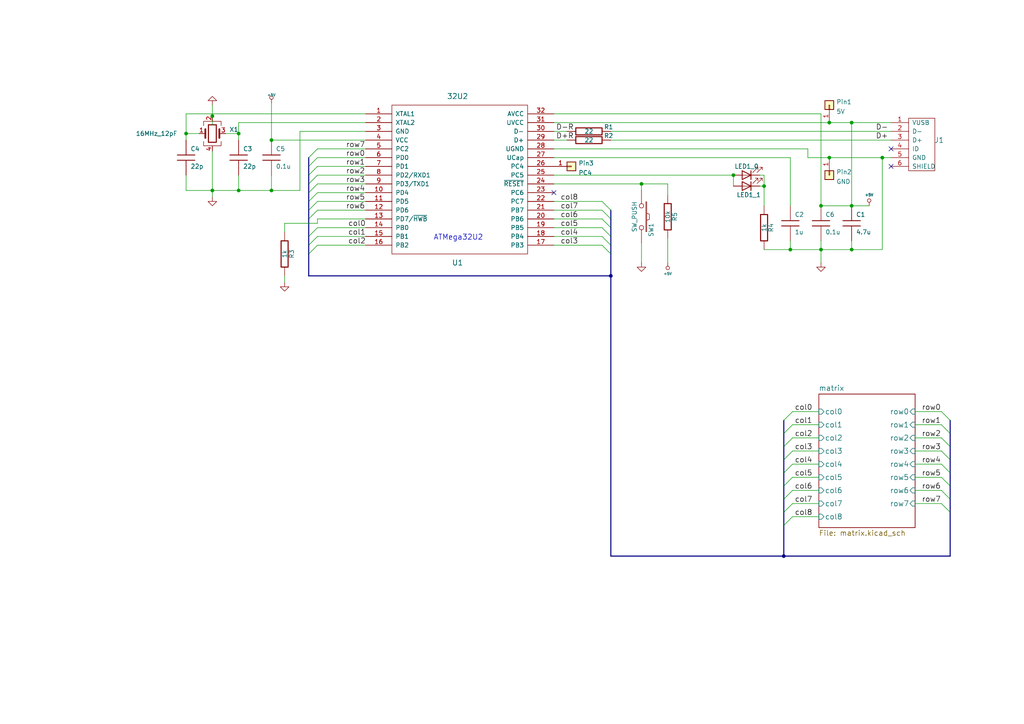
<source format=kicad_sch>
(kicad_sch (version 20211123) (generator eeschema)
  (paper "A4")
  (title_block (title "Alps66 Keyboard PCB") (rev "2.0") (company "TMK"))
  (lib_symbols
    (symbol "Connector_Generic:Conn_01x01" (pin_names (offset 1.016) hide)
      (property "Reference" "J" (at 0 2.54 0))
      (property "Value" "Conn_01x01" (at 0 -2.54 0))
      (symbol "Conn_01x01_1_1"
        (rectangle (start -1.27 0.127) (end 0 -0.127) (stroke (width 0.1524)))
        (rectangle (start -1.27 1.27) (end 1.27 -1.27) (stroke (width 0.254)) (fill (type background)))
        (pin passive line (at -5.08 0 0) (length 3.81) (name "Pin_1") (number "1"))
      )
    )
    (symbol "Device:Crystal_GND24" (pin_names (offset 1.016) hide)
      (property "Reference" "Y" (at 3.175 5.08 0))
      (property "Value" "Crystal_GND24" (at 3.175 3.175 0))
      (symbol "Crystal_GND24_0_1"
        (rectangle (start -1.143 2.54) (end 1.143 -2.54) (stroke (width 0.3048)))
        (polyline (pts (xy -2.54 0) (xy -2.032 0)))
        (polyline (pts (xy -2.032 -1.27) (xy -2.032 1.27)) (stroke (width 0.508)))
        (polyline (pts (xy 0 -3.81) (xy 0 -3.556)))
        (polyline (pts (xy 0 3.556) (xy 0 3.81)))
        (polyline (pts (xy 2.032 -1.27) (xy 2.032 1.27)) (stroke (width 0.508)))
        (polyline (pts (xy 2.032 0) (xy 2.54 0)))
        (polyline (pts (xy -2.54 -2.286) (xy -2.54 -3.556) (xy 2.54 -3.556) (xy 2.54 -2.286)))
        (polyline (pts (xy -2.54 2.286) (xy -2.54 3.556) (xy 2.54 3.556) (xy 2.54 2.286)))
      )
      (symbol "Crystal_GND24_1_1"
        (pin passive line (at -3.81 0 0) (length 1.27) (name "1") (number "1"))
        (pin passive line (at 0 5.08 270) (length 1.27) (name "2") (number "2"))
        (pin passive line (at 3.81 0 180) (length 1.27) (name "3") (number "3"))
        (pin passive line (at 0 -5.08 90) (length 1.27) (name "4") (number "4"))
      )
    )
    (symbol "Device:LED" (pin_numbers hide) (pin_names (offset 1.016) hide)
      (property "Reference" "D" (at 0 2.54 0))
      (property "Value" "LED" (at 0 -2.54 0))
      (symbol "LED_0_1"
        (polyline (pts (xy -1.27 -1.27) (xy -1.27 1.27)) (stroke (width 0.254)))
        (polyline (pts (xy -1.27 0) (xy 1.27 0)))
        (polyline (pts (xy 1.27 -1.27) (xy 1.27 1.27) (xy -1.27 0) (xy 1.27 -1.27)) (stroke (width 0.254)))
        (polyline (pts (xy -3.048 -0.762) (xy -4.572 -2.286) (xy -3.81 -2.286) (xy -4.572 -2.286) (xy -4.572 -1.524)))
        (polyline (pts (xy -1.778 -0.762) (xy -3.302 -2.286) (xy -2.54 -2.286) (xy -3.302 -2.286) (xy -3.302 -1.524)))
      )
      (symbol "LED_1_1"
        (pin passive line (at -3.81 0 0) (length 2.54) (name "K") (number "1"))
        (pin passive line (at 3.81 0 180) (length 2.54) (name "A") (number "2"))
      )
    )
    (symbol "keyboard_parts:+5V" (power) (pin_names (offset 0))
      (property "Value" "+5V" (at 0 2.794 0))
      (symbol "+5V_0_0"
        (pin power_in line (at 0 0 90) (length 0) hide (name "+5V") (number "1"))
      )
      (symbol "+5V_0_1"
        (polyline (pts (xy 0 0) (xy 0 1.016) (xy 0 1.016)))
        (circle (center 0 1.524) (radius 0.508))
      )
    )
    (symbol "keyboard_parts:ATMEGA32U2" (pin_names (offset 1.016))
      (property "Reference" "U" (at 0 -24.13 0))
      (property "Value" "ATMEGA32U2" (at 0 24.13 0))
      (symbol "ATMEGA32U2_0_1"
        (rectangle (start -19.05 21.59) (end 20.32 -21.59))
      )
      (symbol "ATMEGA32U2_1_1"
        (pin input line (at -26.67 19.05 0) (length 7.62) (name "XTAL1") (number "1"))
        (pin bidirectional line (at -26.67 -3.81 0) (length 7.62) (name "PD4") (number "10"))
        (pin bidirectional line (at -26.67 -6.35 0) (length 7.62) (name "PD5") (number "11"))
        (pin bidirectional line (at -26.67 -8.89 0) (length 7.62) (name "PD6") (number "12"))
        (pin input line (at -26.67 -11.43 0) (length 7.62) (name "PD7/~{HWB}") (number "13"))
        (pin bidirectional line (at -26.67 -13.97 0) (length 7.62) (name "PB0") (number "14"))
        (pin bidirectional line (at -26.67 -16.51 0) (length 7.62) (name "PB1") (number "15"))
        (pin bidirectional line (at -26.67 -19.05 0) (length 7.62) (name "PB2") (number "16"))
        (pin bidirectional line (at 27.94 -19.05 180) (length 7.62) (name "PB3") (number "17"))
        (pin bidirectional line (at 27.94 -16.51 180) (length 7.62) (name "PB4") (number "18"))
        (pin bidirectional line (at 27.94 -13.97 180) (length 7.62) (name "PB5") (number "19"))
        (pin output line (at -26.67 16.51 0) (length 7.62) (name "XTAL2") (number "2"))
        (pin bidirectional line (at 27.94 -11.43 180) (length 7.62) (name "PB6") (number "20"))
        (pin bidirectional line (at 27.94 -8.89 180) (length 7.62) (name "PB7") (number "21"))
        (pin bidirectional line (at 27.94 -6.35 180) (length 7.62) (name "PC7") (number "22"))
        (pin bidirectional line (at 27.94 -3.81 180) (length 7.62) (name "PC6") (number "23"))
        (pin input line (at 27.94 -1.27 180) (length 7.62) (name "~{RESET}") (number "24"))
        (pin bidirectional line (at 27.94 1.27 180) (length 7.62) (name "PC5") (number "25"))
        (pin bidirectional line (at 27.94 3.81 180) (length 7.62) (name "PC4") (number "26"))
        (pin input line (at 27.94 6.35 180) (length 7.62) (name "UCap") (number "27"))
        (pin power_in line (at 27.94 8.89 180) (length 7.62) (name "UGND") (number "28"))
        (pin bidirectional line (at 27.94 11.43 180) (length 7.62) (name "D+") (number "29"))
        (pin power_in line (at -26.67 13.97 0) (length 7.62) (name "GND") (number "3"))
        (pin bidirectional line (at 27.94 13.97 180) (length 7.62) (name "D-") (number "30"))
        (pin power_in line (at 27.94 16.51 180) (length 7.62) (name "UVCC") (number "31"))
        (pin power_in line (at 27.94 19.05 180) (length 7.62) (name "AVCC") (number "32"))
        (pin power_in line (at -26.67 11.43 0) (length 7.62) (name "VCC") (number "4"))
        (pin bidirectional line (at -26.67 8.89 0) (length 7.62) (name "PC2") (number "5"))
        (pin bidirectional line (at -26.67 6.35 0) (length 7.62) (name "PD0") (number "6"))
        (pin bidirectional line (at -26.67 3.81 0) (length 7.62) (name "PD1") (number "7"))
        (pin bidirectional line (at -26.67 1.27 0) (length 7.62) (name "PD2/RXD1") (number "8"))
        (pin bidirectional line (at -26.67 -1.27 0) (length 7.62) (name "PD3/TXD1") (number "9"))
      )
    )
    (symbol "keyboard_parts:C" (pin_numbers hide) (pin_names (offset 0.254))
      (property "Reference" "C" (at 1.27 2.54 0))
      (property "Value" "C" (at 1.27 -2.54 0))
      (symbol "C_0_1"
        (polyline (pts (xy -2.54 -0.762) (xy 2.54 -0.762)) (stroke (width 0.254)))
        (polyline (pts (xy -2.54 0.762) (xy 2.54 0.762)) (stroke (width 0.254)))
      )
      (symbol "C_1_1"
        (pin passive line (at 0 5.08 270) (length 4.318) (name "~") (number "1"))
        (pin passive line (at 0 -5.08 90) (length 4.318) (name "~") (number "2"))
      )
    )
    (symbol "keyboard_parts:R" (pin_numbers hide) (pin_names (offset 0))
      (property "Reference" "R" (at 2.032 0 90))
      (property "Value" "R" (at 0 0 90))
      (symbol "R_0_1"
        (rectangle (start -1.016 3.81) (end 1.016 -3.81) (stroke (width 0.3048)))
      )
      (symbol "R_1_1"
        (pin passive line (at 0 6.35 270) (length 2.54) (name "~") (number "1"))
        (pin passive line (at 0 -6.35 90) (length 2.54) (name "~") (number "2"))
      )
    )
    (symbol "keyboard_parts:SW_PUSH" (pin_numbers hide) (pin_names (offset 1.016) hide)
      (property "Reference" "SW" (at 3.81 2.794 0))
      (property "Value" "SW_PUSH" (at 0 -2.032 0))
      (symbol "SW_PUSH_0_1"
        (rectangle (start -4.318 1.27) (end 4.318 1.524))
        (polyline (pts (xy -1.016 1.524) (xy -0.762 2.286) (xy 0.762 2.286) (xy 1.016 1.524)))
        (pin passive inverted (at -7.62 0 0) (length 5.08) (name "1") (number "1"))
        (pin passive inverted (at 7.62 0 180) (length 5.08) (name "2") (number "2"))
      )
    )
    (symbol "keyboard_parts:USB_mini_micro_B" (pin_names (offset 1.016))
      (property "Reference" "J" (at -10.16 -1.27 0))
      (symbol "USB_mini_micro_B_0_1"
        (rectangle (start -8.89 5.08) (end -1.27 -10.16))
      )
      (symbol "USB_mini_micro_B_1_1"
        (pin power_out line (at 3.81 3.81 180) (length 5.08) (name "VUSB") (number "1"))
        (pin bidirectional line (at 3.81 1.27 180) (length 5.08) (name "D-") (number "2"))
        (pin bidirectional line (at 3.81 -1.27 180) (length 5.08) (name "D+") (number "3"))
        (pin input line (at 3.81 -3.81 180) (length 5.08) (name "ID") (number "4"))
        (pin power_out line (at 3.81 -6.35 180) (length 5.08) (name "GND") (number "5"))
        (pin input line (at 3.81 -8.89 180) (length 5.08) (name "SHIELD") (number "6"))
      )
    )
    (symbol "power:GND" (power) (pin_names (offset 0))
      (property "Value" "GND" (at 0 -3.81 0))
      (symbol "GND_0_1"
        (polyline (pts (xy 0 0) (xy 0 -1.27) (xy 1.27 -1.27) (xy 0 -2.54) (xy -1.27 -1.27) (xy 0 -1.27)))
      )
      (symbol "GND_1_1"
        (pin power_in line (at 0 0 270) (length 0) hide (name "GND") (number "1"))
      )
    )
  )
  (junction (at 247.015 59.69))
  (junction (at 78.74 55.245))
  (junction (at 240.538 35.56))
  (junction (at 69.215 55.245))
  (junction (at 240.538 45.72))
  (junction (at 177.165 80.01))
  (junction (at 212.725 50.8))
  (junction (at 247.015 35.56))
  (junction (at 78.74 40.64))
  (junction (at 186.055 53.34))
  (junction (at 229.235 72.39))
  (junction (at 255.905 45.72))
  (junction (at 69.215 38.735))
  (junction (at 238.125 59.69))
  (junction (at 53.975 38.735))
  (junction (at 238.125 72.39))
  (junction (at 227.33 161.29))
  (junction (at 61.595 55.245))
  (junction (at 61.595 33.655))
  (junction (at 247.015 72.39))
  (junction (at 221.615 53.975))
  (no_connect (at 258.445 43.18))
  (no_connect (at 258.445 48.26))
  (no_connect (at 160.655 55.88))
  (bus_entry (at 89.535 60.96) (size 2.54 -2.54))
  (bus_entry (at 89.535 53.34) (size 2.54 -2.54))
  (bus_entry (at 89.535 48.26) (size 2.54 -2.54))
  (bus_entry (at 227.33 121.92) (size 2.54 -2.54))
  (bus_entry (at 174.625 58.42) (size 2.54 2.54))
  (bus_entry (at 89.535 68.58) (size 2.54 -2.54))
  (bus_entry (at 177.165 63.5) (size -2.54 -2.54))
  (bus_entry (at 227.33 129.54) (size 2.54 -2.54))
  (bus_entry (at 275.59 121.92) (size -2.54 -2.54))
  (bus_entry (at 227.33 148.59) (size 2.54 -2.54))
  (bus_entry (at 177.165 66.04) (size -2.54 -2.54))
  (bus_entry (at 89.535 55.88) (size 2.54 -2.54))
  (bus_entry (at 89.535 71.12) (size 2.54 -2.54))
  (bus_entry (at 227.33 137.16) (size 2.54 -2.54))
  (bus_entry (at 89.535 63.5) (size 2.54 -2.54))
  (bus_entry (at 275.59 133.35) (size -2.54 -2.54))
  (bus_entry (at 275.59 129.54) (size -2.54 -2.54))
  (bus_entry (at 275.59 144.78) (size -2.54 -2.54))
  (bus_entry (at 275.59 137.16) (size -2.54 -2.54))
  (bus_entry (at 275.59 148.59) (size -2.54 -2.54))
  (bus_entry (at 275.59 140.97) (size -2.54 -2.54))
  (bus_entry (at 227.33 152.4) (size 2.54 -2.54))
  (bus_entry (at 177.165 73.66) (size -2.54 -2.54))
  (bus_entry (at 227.33 133.35) (size 2.54 -2.54))
  (bus_entry (at 177.165 71.12) (size -2.54 -2.54))
  (bus_entry (at 89.535 45.72) (size 2.54 -2.54))
  (bus_entry (at 227.33 144.78) (size 2.54 -2.54))
  (bus_entry (at 227.33 125.73) (size 2.54 -2.54))
  (bus_entry (at 227.33 140.97) (size 2.54 -2.54))
  (bus_entry (at 177.165 68.58) (size -2.54 -2.54))
  (bus_entry (at 89.535 73.66) (size 2.54 -2.54))
  (bus_entry (at 89.535 58.42) (size 2.54 -2.54))
  (bus_entry (at 275.59 125.73) (size -2.54 -2.54))
  (bus_entry (at 89.535 50.8) (size 2.54 -2.54))
  (wire (pts (xy 229.87 149.86) (xy 237.49 149.86)))
  (wire (pts (xy 106.045 45.72) (xy 92.075 45.72)))
  (wire (pts (xy 238.125 59.69) (xy 247.015 59.69)))
  (wire (pts (xy 240.538 35.56) (xy 247.015 35.56)))
  (wire (pts (xy 240.538 45.72) (xy 255.905 45.72)))
  (wire (pts (xy 61.595 55.245) (xy 69.215 55.245)))
  (wire (pts (xy 160.655 50.8) (xy 212.725 50.8)))
  (bus (pts (xy 275.59 137.16) (xy 275.59 140.97)))
  (wire (pts (xy 177.165 38.1) (xy 258.445 38.1)))
  (wire (pts (xy 160.655 58.42) (xy 174.625 58.42)))
  (wire (pts (xy 61.595 36.195) (xy 61.595 33.655)))
  (wire (pts (xy 221.615 53.975) (xy 220.345 53.975)))
  (wire (pts (xy 273.05 119.38) (xy 265.43 119.38)))
  (bus (pts (xy 177.165 73.66) (xy 177.165 80.01)))
  (wire (pts (xy 258.445 40.64) (xy 177.165 40.64)))
  (bus (pts (xy 275.59 148.59) (xy 275.59 161.29)))
  (wire (pts (xy 65.405 38.735) (xy 69.215 38.735)))
  (wire (pts (xy 61.595 43.815) (xy 61.595 55.245)))
  (wire (pts (xy 237.49 142.24) (xy 229.87 142.24)))
  (bus (pts (xy 177.165 71.12) (xy 177.165 73.66)))
  (wire (pts (xy 106.045 53.34) (xy 92.075 53.34)))
  (wire (pts (xy 234.315 45.72) (xy 234.315 43.18)))
  (wire (pts (xy 160.655 63.5) (xy 174.625 63.5)))
  (wire (pts (xy 78.74 29.845) (xy 78.74 40.64)))
  (bus (pts (xy 177.165 60.96) (xy 177.165 63.5)))
  (wire (pts (xy 186.055 70.485) (xy 186.055 76.2)))
  (wire (pts (xy 229.235 69.85) (xy 229.235 72.39)))
  (wire (pts (xy 106.045 58.42) (xy 92.075 58.42)))
  (wire (pts (xy 160.655 60.96) (xy 174.625 60.96)))
  (wire (pts (xy 255.905 45.72) (xy 255.905 72.39)))
  (wire (pts (xy 238.125 69.85) (xy 238.125 72.39)))
  (wire (pts (xy 160.655 45.72) (xy 229.235 45.72)))
  (wire (pts (xy 160.655 35.56) (xy 240.538 35.56)))
  (wire (pts (xy 61.595 55.245) (xy 61.595 57.15)))
  (wire (pts (xy 53.975 33.02) (xy 106.045 33.02)))
  (wire (pts (xy 221.615 53.975) (xy 221.615 59.69)))
  (bus (pts (xy 89.535 68.58) (xy 89.535 71.12)))
  (wire (pts (xy 69.215 55.245) (xy 78.74 55.245)))
  (wire (pts (xy 92.075 63.5) (xy 92.075 64.77)))
  (wire (pts (xy 106.045 55.88) (xy 92.075 55.88)))
  (bus (pts (xy 275.59 125.73) (xy 275.59 129.54)))
  (wire (pts (xy 106.045 60.96) (xy 92.075 60.96)))
  (wire (pts (xy 273.05 127) (xy 265.43 127)))
  (wire (pts (xy 106.045 35.56) (xy 69.215 35.56)))
  (wire (pts (xy 238.125 72.39) (xy 247.015 72.39)))
  (wire (pts (xy 92.075 63.5) (xy 106.045 63.5)))
  (wire (pts (xy 237.49 134.62) (xy 229.87 134.62)))
  (wire (pts (xy 69.215 50.8) (xy 69.215 55.245)))
  (bus (pts (xy 275.59 144.78) (xy 275.59 148.59)))
  (wire (pts (xy 234.315 43.18) (xy 160.655 43.18)))
  (wire (pts (xy 273.05 134.62) (xy 265.43 134.62)))
  (wire (pts (xy 193.675 69.215) (xy 193.675 76.2)))
  (bus (pts (xy 89.535 63.5) (xy 89.535 68.58)))
  (bus (pts (xy 89.535 55.88) (xy 89.535 58.42)))
  (wire (pts (xy 186.055 53.34) (xy 193.675 53.34)))
  (bus (pts (xy 227.33 133.35) (xy 227.33 137.16)))
  (wire (pts (xy 255.905 45.72) (xy 258.445 45.72)))
  (wire (pts (xy 237.49 127) (xy 229.87 127)))
  (wire (pts (xy 229.235 72.39) (xy 221.615 72.39)))
  (wire (pts (xy 164.465 38.1) (xy 160.655 38.1)))
  (bus (pts (xy 227.33 137.16) (xy 227.33 140.97)))
  (bus (pts (xy 227.33 148.59) (xy 227.33 152.4)))
  (wire (pts (xy 212.725 53.975) (xy 212.725 50.8)))
  (wire (pts (xy 106.045 50.8) (xy 92.075 50.8)))
  (bus (pts (xy 177.165 161.29) (xy 227.33 161.29)))
  (bus (pts (xy 275.59 121.92) (xy 275.59 125.73)))
  (wire (pts (xy 229.87 123.19) (xy 237.49 123.19)))
  (wire (pts (xy 186.055 53.34) (xy 186.055 55.245)))
  (bus (pts (xy 177.165 63.5) (xy 177.165 66.04)))
  (bus (pts (xy 89.535 45.72) (xy 89.535 48.26)))
  (wire (pts (xy 247.015 69.85) (xy 247.015 72.39)))
  (bus (pts (xy 275.59 140.97) (xy 275.59 144.78)))
  (bus (pts (xy 227.33 140.97) (xy 227.33 144.78)))
  (wire (pts (xy 229.87 146.05) (xy 237.49 146.05)))
  (wire (pts (xy 265.43 130.81) (xy 273.05 130.81)))
  (wire (pts (xy 82.55 64.77) (xy 82.55 67.31)))
  (bus (pts (xy 177.165 80.01) (xy 177.165 161.29)))
  (wire (pts (xy 238.125 72.39) (xy 229.235 72.39)))
  (bus (pts (xy 89.535 48.26) (xy 89.535 50.8)))
  (bus (pts (xy 89.535 50.8) (xy 89.535 53.34)))
  (wire (pts (xy 78.74 55.245) (xy 86.995 55.245)))
  (wire (pts (xy 247.015 35.56) (xy 258.445 35.56)))
  (wire (pts (xy 53.975 50.8) (xy 53.975 55.245)))
  (wire (pts (xy 221.615 53.975) (xy 221.615 50.8)))
  (wire (pts (xy 160.655 71.12) (xy 174.625 71.12)))
  (wire (pts (xy 229.87 130.81) (xy 237.49 130.81)))
  (wire (pts (xy 53.975 55.245) (xy 61.595 55.245)))
  (wire (pts (xy 160.655 40.64) (xy 164.465 40.64)))
  (wire (pts (xy 265.43 123.19) (xy 273.05 123.19)))
  (bus (pts (xy 177.165 66.04) (xy 177.165 68.58)))
  (wire (pts (xy 86.995 38.1) (xy 86.995 55.245)))
  (wire (pts (xy 229.87 138.43) (xy 237.49 138.43)))
  (wire (pts (xy 234.315 45.72) (xy 240.538 45.72)))
  (wire (pts (xy 106.045 68.58) (xy 92.075 68.58)))
  (bus (pts (xy 89.535 73.66) (xy 89.535 80.01)))
  (bus (pts (xy 89.535 60.96) (xy 89.535 63.5)))
  (bus (pts (xy 89.535 71.12) (xy 89.535 73.66)))
  (bus (pts (xy 227.33 121.92) (xy 227.33 125.73)))
  (wire (pts (xy 273.05 142.24) (xy 265.43 142.24)))
  (bus (pts (xy 89.535 80.01) (xy 177.165 80.01)))
  (wire (pts (xy 237.49 119.38) (xy 229.87 119.38)))
  (wire (pts (xy 69.215 35.56) (xy 69.215 38.735)))
  (wire (pts (xy 61.595 33.655) (xy 61.595 30.48)))
  (bus (pts (xy 89.535 53.34) (xy 89.535 55.88)))
  (wire (pts (xy 57.785 38.735) (xy 53.975 38.735)))
  (wire (pts (xy 247.015 59.69) (xy 252.095 59.69)))
  (wire (pts (xy 106.045 48.26) (xy 92.075 48.26)))
  (wire (pts (xy 255.905 72.39) (xy 247.015 72.39)))
  (wire (pts (xy 160.655 68.58) (xy 174.625 68.58)))
  (wire (pts (xy 106.045 71.12) (xy 92.075 71.12)))
  (wire (pts (xy 160.655 53.34) (xy 186.055 53.34)))
  (wire (pts (xy 106.045 38.1) (xy 86.995 38.1)))
  (wire (pts (xy 53.975 33.02) (xy 53.975 38.735)))
  (wire (pts (xy 160.655 33.02) (xy 238.125 33.02)))
  (bus (pts (xy 227.33 125.73) (xy 227.33 129.54)))
  (bus (pts (xy 177.165 68.58) (xy 177.165 71.12)))
  (wire (pts (xy 238.125 33.02) (xy 238.125 59.69)))
  (wire (pts (xy 247.015 35.56) (xy 247.015 59.69)))
  (wire (pts (xy 229.235 59.69) (xy 229.235 45.72)))
  (wire (pts (xy 193.675 53.34) (xy 193.675 56.515)))
  (wire (pts (xy 78.74 40.64) (xy 106.045 40.64)))
  (wire (pts (xy 160.655 66.04) (xy 174.625 66.04)))
  (wire (pts (xy 78.74 50.8) (xy 78.74 55.245)))
  (wire (pts (xy 106.045 66.04) (xy 92.075 66.04)))
  (bus (pts (xy 89.535 58.42) (xy 89.535 60.96)))
  (bus (pts (xy 227.33 161.29) (xy 275.59 161.29)))
  (wire (pts (xy 265.43 138.43) (xy 273.05 138.43)))
  (bus (pts (xy 275.59 133.35) (xy 275.59 137.16)))
  (wire (pts (xy 53.975 38.735) (xy 53.975 40.64)))
  (wire (pts (xy 106.045 43.18) (xy 92.075 43.18)))
  (wire (pts (xy 69.215 38.735) (xy 69.215 40.64)))
  (bus (pts (xy 227.33 129.54) (xy 227.33 133.35)))
  (wire (pts (xy 265.43 146.05) (xy 273.05 146.05)))
  (wire (pts (xy 238.125 72.39) (xy 238.125 76.2)))
  (wire (pts (xy 221.615 50.8) (xy 220.345 50.8)))
  (wire (pts (xy 82.55 80.01) (xy 82.55 81.915)))
  (wire (pts (xy 82.55 64.77) (xy 92.075 64.77)))
  (bus (pts (xy 275.59 129.54) (xy 275.59 133.35)))
  (bus (pts (xy 227.33 144.78) (xy 227.33 148.59)))
  (bus (pts (xy 227.33 152.4) (xy 227.33 161.29)))
  (text "ATMega32U2" (at 125.73 69.85 0) (effects (font (size 1.524 1.524)) (justify left bottom)))
  (label "row4" (at 100.33 55.88 0) (effects (font (size 1.524 1.524))))
  (label "col3" (at 162.56 71.12 0) (effects (font (size 1.524 1.524))))
  (label "D-" (at 254 38.1 0) (effects (font (size 1.524 1.524))))
  (label "col3" (at 230.505 130.81 0) (effects (font (size 1.524 1.524))))
  (label "row1" (at 100.33 48.26 0) (effects (font (size 1.524 1.524))))
  (label "col1" (at 230.505 123.19 0) (effects (font (size 1.524 1.524))))
  (label "col4" (at 162.56 68.58 0) (effects (font (size 1.524 1.524))))
  (label "row3" (at 100.33 53.34 0) (effects (font (size 1.524 1.524))))
  (label "col2" (at 100.965 71.12 0) (effects (font (size 1.524 1.524))))
  (label "col6" (at 162.56 63.5 0) (effects (font (size 1.524 1.524))))
  (label "D+R" (at 161.29 40.64 0) (effects (font (size 1.524 1.524))))
  (label "D-R" (at 161.29 38.1 0) (effects (font (size 1.524 1.524))))
  (label "row0" (at 267.335 119.38 0) (effects (font (size 1.524 1.524))))
  (label "row4" (at 267.335 134.62 0) (effects (font (size 1.524 1.524))))
  (label "row6" (at 267.335 142.24 0) (effects (font (size 1.524 1.524))))
  (label "col1" (at 100.965 68.58 0) (effects (font (size 1.524 1.524))))
  (label "row6" (at 100.33 60.96 0) (effects (font (size 1.524 1.524))))
  (label "col5" (at 230.505 138.43 0) (effects (font (size 1.524 1.524))))
  (label "row0" (at 100.33 45.72 0) (effects (font (size 1.524 1.524))))
  (label "row7" (at 100.33 43.18 0) (effects (font (size 1.524 1.524))))
  (label "row3" (at 267.335 130.81 0) (effects (font (size 1.524 1.524))))
  (label "D+" (at 254 40.64 0) (effects (font (size 1.524 1.524))))
  (label "col8" (at 162.56 58.42 0) (effects (font (size 1.524 1.524))))
  (label "col0" (at 230.505 119.38 0) (effects (font (size 1.524 1.524))))
  (label "row2" (at 267.335 127 0) (effects (font (size 1.524 1.524))))
  (label "col2" (at 230.505 127 0) (effects (font (size 1.524 1.524))))
  (label "row2" (at 100.33 50.8 0) (effects (font (size 1.524 1.524))))
  (label "row1" (at 267.335 123.19 0) (effects (font (size 1.524 1.524))))
  (label "col0" (at 100.965 66.04 0) (effects (font (size 1.524 1.524))))
  (label "col7" (at 230.505 146.05 0) (effects (font (size 1.524 1.524))))
  (label "col7" (at 162.56 60.96 0) (effects (font (size 1.524 1.524))))
  (label "row5" (at 100.33 58.42 0) (effects (font (size 1.524 1.524))))
  (label "col8" (at 230.505 149.86 0) (effects (font (size 1.524 1.524))))
  (label "row5" (at 267.335 138.43 0) (effects (font (size 1.524 1.524))))
  (label "row7" (at 267.335 146.05 0) (effects (font (size 1.524 1.524))))
  (label "col6" (at 230.505 142.24 0) (effects (font (size 1.524 1.524))))
  (label "col5" (at 162.56 66.04 0) (effects (font (size 1.524 1.524))))
  (label "col4" (at 230.505 134.62 0) (effects (font (size 1.524 1.524))))
  (symbol (lib_id "keyboard_parts:ATMEGA32U2") (at 132.715 52.07 0) (unit 1)
    (property "Reference" "U1" (at 132.715 76.2 0) (effects (font (size 1.524 1.524))))
    (property "Value" "32U2" (at 132.715 27.94 0) (effects (font (size 1.524 1.524))))
    (property "Footprint" "Package_QFP:LQFP-32_7x7mm_P0.8mm" (effects hide))
  )
  (symbol (lib_id "keyboard_parts:C") (at 53.975 45.72 0) (unit 1)
    (property "Reference" "C4" (at 55.245 43.18 0) (effects (justify left)))
    (property "Value" "22p" (at 55.245 48.26 0) (effects (justify left)))
    (property "Footprint" "Capacitor_SMD:C_0805_2012Metric" (effects hide))
  )
  (symbol (lib_id "keyboard_parts:C") (at 69.215 45.72 0) (unit 1)
    (property "Reference" "C3" (at 70.485 43.18 0) (effects (justify left)))
    (property "Value" "22p" (at 70.485 48.26 0) (effects (justify left)))
    (property "Footprint" "Capacitor_SMD:C_0805_2012Metric" (effects hide))
  )
  (symbol (lib_id "keyboard_parts:C") (at 238.125 64.77 0) (unit 1)
    (property "Reference" "C6" (at 239.395 62.23 0) (effects (justify left)))
    (property "Value" "0.1u" (at 239.395 67.31 0) (effects (justify left)))
    (property "Footprint" "Capacitor_SMD:C_0805_2012Metric" (effects hide))
  )
  (symbol (lib_id "keyboard_parts:C") (at 229.235 64.77 0) (unit 1)
    (property "Reference" "C2" (at 230.505 62.23 0) (effects (justify left)))
    (property "Value" "1u" (at 230.505 67.31 0) (effects (justify left)))
    (property "Footprint" "Capacitor_SMD:C_0805_2012Metric" (effects hide))
  )
  (symbol (lib_id "keyboard_parts:C") (at 247.015 64.77 0) (unit 1)
    (property "Reference" "C1" (at 248.285 62.23 0) (effects (justify left)))
    (property "Value" "4.7u" (at 248.285 67.31 0) (effects (justify left)))
    (property "Footprint" "Capacitor_SMD:C_0805_2012Metric" (effects hide))
  )
  (symbol (lib_id "keyboard_parts:R") (at 170.815 40.64 270) (unit 1)
    (property "Reference" "R2" (at 176.53 39.37 90))
    (property "Value" "22" (at 170.815 40.64 90))
    (property "Footprint" "Resistor_SMD:R_0805_2012Metric" (effects hide))
  )
  (symbol (lib_id "keyboard_parts:R") (at 170.815 38.1 270) (unit 1)
    (property "Reference" "R1" (at 176.53 36.83 90))
    (property "Value" "22" (at 170.815 38.1 90))
    (property "Footprint" "Resistor_SMD:R_0805_2012Metric" (effects hide))
  )
  (symbol (lib_id "keyboard_parts:+5V") (at 78.74 29.845 0) (unit 1)
    (property "Reference" "#PWR01" (effects hide))
    (property "Value" "+5V" (at 78.74 27.559 0) (effects (font (size 0.762 0.762))))
  )
  (symbol (lib_id "keyboard_parts:C") (at 78.74 45.72 0) (unit 1)
    (property "Reference" "C5" (at 80.01 43.18 0) (effects (justify left)))
    (property "Value" "0.1u" (at 80.01 48.26 0) (effects (justify left)))
    (property "Footprint" "Capacitor_SMD:C_0805_2012Metric" (effects hide))
  )
  (symbol (lib_id "keyboard_parts:USB_mini_micro_B") (at 262.255 39.37 0) (mirror y) (unit 1)
    (property "Reference" "J1" (at 272.415 40.64 0) (effects (font (size 1.524 1.524))))
    (property "Value" "USB_mini_micro_B" (effects hide))
    (property "Footprint" "Keyboard_Footprints:USB_miniB_hirose_5S8" (effects hide))
  )
  (symbol (lib_id "power:GND") (at 61.595 57.15 0) (unit 1)
    (property "Reference" "#PWR02" (effects hide))
    (property "Value" "GND" (effects hide))
  )
  (symbol (lib_id "keyboard_parts:+5V") (at 252.095 59.69 0) (unit 1)
    (property "Reference" "#PWR06" (effects hide))
    (property "Value" "+5V" (at 252.095 56.515 0) (effects (font (size 0.762 0.762))))
  )
  (symbol (lib_id "keyboard_parts:R") (at 82.55 73.66 0) (unit 1)
    (property "Reference" "R3" (at 84.582 73.66 90))
    (property "Value" "1k" (at 82.55 73.66 90))
    (property "Footprint" "Resistor_SMD:R_0805_2012Metric" (effects hide))
  )
  (symbol (lib_id "power:GND") (at 82.55 81.915 0) (unit 1)
    (property "Reference" "#PWR03" (effects hide))
    (property "Value" "GND" (effects hide))
  )
  (symbol (lib_id "keyboard_parts:SW_PUSH") (at 186.055 62.865 270) (unit 1)
    (property "Reference" "SW1" (at 188.849 66.675 0))
    (property "Value" "SW_PUSH" (at 184.023 62.865 0))
    (property "Footprint" "Button_Switch_SMD:SW_SPST_B3U-1000P-B" (effects hide))
  )
  (symbol (lib_id "power:GND") (at 238.125 76.2 0) (unit 1)
    (property "Reference" "#PWR04" (effects hide))
    (property "Value" "GND" (effects hide))
  )
  (symbol (lib_id "keyboard_parts:R") (at 221.615 66.04 0) (unit 1)
    (property "Reference" "R4" (at 223.647 66.04 90))
    (property "Value" "1k" (at 221.615 66.04 90))
    (property "Footprint" "Resistor_SMD:R_0805_2012Metric" (effects hide))
  )
  (symbol (lib_id "Device:Crystal_GND24") (at 61.595 38.735 0) (unit 1)
    (property "Reference" "X1" (at 66.5226 37.5666 0) (effects (justify left)))
    (property "Value" "16MHz_12pF" (at 39.37 38.735 0) (effects (justify left)))
    (property "Footprint" "Crystal:Crystal_SMD_SeikoEpson_FA238-4Pin_3.2x2.5mm" (effects hide))
  )
  (symbol (lib_id "power:GND") (at 61.595 30.48 180) (unit 1)
    (property "Reference" "#PWR0101" (effects hide))
    (property "Value" "GND" (effects hide))
  )
  (symbol (lib_id "Device:LED") (at 216.535 50.8 180) (unit 1)
    (property "Reference" "LED1_0" (at 216.535 48.26 0))
    (property "Value" "3mm" (effects hide))
    (property "Footprint" "LED_THT:LED_D3.0mm" (effects hide))
  )
  (symbol (lib_id "Device:LED") (at 216.535 53.975 180) (unit 1)
    (property "Reference" "LED1_1" (at 217.17 56.515 0))
    (property "Value" "5mm_Rectangular" (effects hide))
    (property "Footprint" "LED_THT:LED_Rectangular_W5.0mm_H2.0mm" (effects hide))
  )
  (symbol (lib_id "keyboard_parts:R") (at 193.675 62.865 0) (unit 1)
    (property "Reference" "R5" (at 195.707 62.865 90))
    (property "Value" "10k" (at 193.675 62.865 90))
    (property "Footprint" "Resistor_SMD:R_0805_2012Metric" (effects hide))
  )
  (symbol (lib_id "keyboard_parts:+5V") (at 193.675 76.2 180) (unit 1)
    (property "Reference" "#PWR0103" (effects hide))
    (property "Value" "+5V" (at 193.675 79.375 0) (effects (font (size 0.762 0.762))))
  )
  (symbol (lib_id "power:GND") (at 186.055 76.2 0) (unit 1)
    (property "Reference" "#PWR0102" (effects hide))
    (property "Value" "GND" (effects hide))
  )
  (symbol (lib_id "Connector_Generic:Conn_01x01") (at 240.538 30.48 90) (unit 1)
    (property "Reference" "Pin1" (at 242.57 29.5715 90) (effects (justify right)))
    (property "Value" "5V" (at 242.57 32.3466 90) (effects (justify right)))
    (property "Footprint" "Keyboard_Footprints:Pin" (effects hide))
  )
  (symbol (lib_id "Connector_Generic:Conn_01x01") (at 240.538 50.8 270) (unit 1)
    (property "Reference" "Pin2" (at 242.57 49.8915 90) (effects (justify left)))
    (property "Value" "GND" (at 242.57 52.6666 90) (effects (justify left)))
    (property "Footprint" "Keyboard_Footprints:Pin" (effects hide))
  )
  (symbol (lib_id "Connector_Generic:Conn_01x01") (at 165.735 48.26 0) (unit 1)
    (property "Reference" "Pin3" (at 167.767 47.3515 0) (effects (justify left)))
    (property "Value" "PC4" (at 167.767 50.1266 0) (effects (justify left)))
    (property "Footprint" "Keyboard_Footprints:Pin" (effects hide))
  )
  (sheet (at 237.49 114.3) (size 27.94 38.735)
    (property "Sheet name" "matrix" (at 237.49 113.4614 0) (effects (font (size 1.524 1.524)) (justify left bottom)))
    (property "Sheet file" "matrix.kicad_sch" (at 237.49 153.7212 0) (effects (font (size 1.524 1.524)) (justify left top)))
    (pin "col7" input (at 237.49 146.05 180) (effects (font (size 1.524 1.524))))
    (pin "row0" input (at 265.43 119.38 0) (effects (font (size 1.524 1.524))))
    (pin "col0" input (at 237.49 119.38 180) (effects (font (size 1.524 1.524))))
    (pin "row7" input (at 265.43 146.05 0) (effects (font (size 1.524 1.524))))
    (pin "col1" input (at 237.49 123.19 180) (effects (font (size 1.524 1.524))))
    (pin "col2" input (at 237.49 127 180) (effects (font (size 1.524 1.524))))
    (pin "col3" input (at 237.49 130.81 180) (effects (font (size 1.524 1.524))))
    (pin "col4" input (at 237.49 134.62 180) (effects (font (size 1.524 1.524))))
    (pin "col5" input (at 237.49 138.43 180) (effects (font (size 1.524 1.524))))
    (pin "col6" input (at 237.49 142.24 180) (effects (font (size 1.524 1.524))))
    (pin "row1" input (at 265.43 123.19 0) (effects (font (size 1.524 1.524))))
    (pin "row2" input (at 265.43 127 0) (effects (font (size 1.524 1.524))))
    (pin "row3" input (at 265.43 130.81 0) (effects (font (size 1.524 1.524))))
    (pin "row4" input (at 265.43 134.62 0) (effects (font (size 1.524 1.524))))
    (pin "row5" input (at 265.43 138.43 0) (effects (font (size 1.524 1.524))))
    (pin "row6" input (at 265.43 142.24 0) (effects (font (size 1.524 1.524))))
    (pin "col8" input (at 237.49 149.86 180) (effects (font (size 1.524 1.524))))
  )
)
</source>
